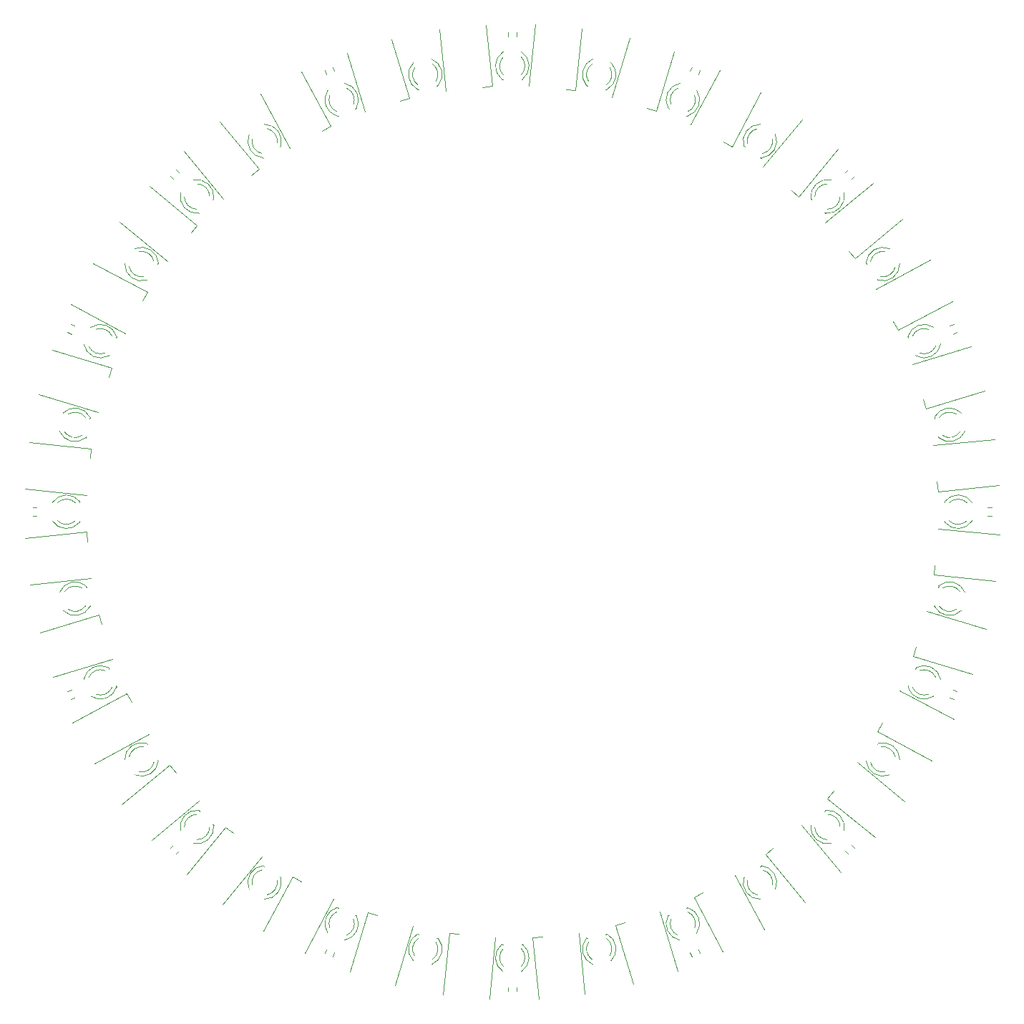
<source format=gbr>
%TF.GenerationSoftware,KiCad,Pcbnew,7.0.11*%
%TF.CreationDate,2025-03-06T22:37:58+09:00*%
%TF.ProjectId,Line_V2,4c696e65-5f56-4322-9e6b-696361645f70,rev?*%
%TF.SameCoordinates,Original*%
%TF.FileFunction,Legend,Bot*%
%TF.FilePolarity,Positive*%
%FSLAX46Y46*%
G04 Gerber Fmt 4.6, Leading zero omitted, Abs format (unit mm)*
G04 Created by KiCad (PCBNEW 7.0.11) date 2025-03-06 22:37:58*
%MOMM*%
%LPD*%
G01*
G04 APERTURE LIST*
%ADD10C,0.120000*%
G04 APERTURE END LIST*
D10*
%TO.C,Q6*%
X141958756Y-70665151D02*
X141872087Y-70535442D01*
X143245457Y-72590835D02*
X143158788Y-72461126D01*
X144647117Y-68870521D02*
G75*
G03*
X141872356Y-70535844I-791253J-1825928D01*
G01*
X144121607Y-69220177D02*
G75*
G03*
X142390322Y-70376789I-265743J-1476272D01*
G01*
X143590353Y-72172763D02*
G75*
G03*
X145321457Y-71015880I265511J1476314D01*
G01*
X143245188Y-72590433D02*
G75*
G03*
X145845602Y-70664179I610676J1893984D01*
G01*
%TO.C,Q15*%
X120585441Y-146875476D02*
X120729566Y-146815777D01*
X118445736Y-147761771D02*
X118589861Y-147702072D01*
X121821116Y-149862297D02*
G75*
G03*
X120729119Y-146815962I-1636479J1132271D01*
G01*
X121580700Y-149278669D02*
G75*
G03*
X120784068Y-147355005I-1396063J548643D01*
G01*
X118788489Y-148181602D02*
G75*
G03*
X119585421Y-150105140I1396148J-548424D01*
G01*
X118446184Y-147761586D02*
G75*
G03*
X119828108Y-150687827I1738453J-968440D01*
G01*
%TO.C,Q26*%
X49587808Y-91073550D02*
X49557374Y-91226553D01*
X50039637Y-88802052D02*
X50009203Y-88955054D01*
X46417853Y-90441588D02*
G75*
G03*
X49557469Y-91226078I1850628J731627D01*
G01*
X47036691Y-90565934D02*
G75*
G03*
X49078741Y-90972290I1231790J855973D01*
G01*
X49500137Y-88853795D02*
G75*
G03*
X47458021Y-88447760I-1231656J-856166D01*
G01*
X50039543Y-88802526D02*
G75*
G03*
X46838705Y-88325822I-1771062J-907435D01*
G01*
%TO.C,D16*%
X57053651Y-61456054D02*
X62696628Y-66087125D01*
X53564488Y-65707611D02*
X59207465Y-70338682D01*
X62696628Y-66087125D02*
X61967075Y-66976087D01*
%TO.C,D26*%
X114294715Y-155907834D02*
X112175637Y-148922170D01*
X119557887Y-154311268D02*
X117438809Y-147325604D01*
X112175637Y-148922170D02*
X113276118Y-148588342D01*
%TO.C,D17*%
X146181755Y-65398403D02*
X140538778Y-70029474D01*
X142692592Y-61146846D02*
X137049615Y-65777917D01*
X140538778Y-70029474D02*
X139809226Y-69140512D01*
%TO.C,D1*%
X108188410Y-42877544D02*
X107472884Y-50142392D01*
X102714894Y-42338450D02*
X101999368Y-49603298D01*
X107472884Y-50142392D02*
X106328422Y-50029673D01*
%TO.C,Q11*%
X147702072Y-118589861D02*
X147761771Y-118445736D01*
X146815777Y-120729566D02*
X146875476Y-120585441D01*
X150687828Y-119828108D02*
G75*
G03*
X147761585Y-118446183I-1957802J-356529D01*
G01*
X150105140Y-119585421D02*
G75*
G03*
X148181602Y-118788489I-1375114J-599216D01*
G01*
X147355006Y-120784068D02*
G75*
G03*
X149278669Y-121580699I1375020J599431D01*
G01*
X146815962Y-120729119D02*
G75*
G03*
X149862297Y-121821116I1914064J544482D01*
G01*
%TO.C,R8*%
X122013546Y-151780043D02*
X122195136Y-152218439D01*
X121048092Y-152179947D02*
X121229682Y-152618343D01*
%TO.C,R4*%
X151780043Y-77986454D02*
X152218439Y-77804864D01*
X152179947Y-78951908D02*
X152618343Y-78770318D01*
%TO.C,Q30*%
X70665151Y-58041244D02*
X70535442Y-58127913D01*
X72590835Y-56754543D02*
X72461126Y-56841212D01*
X68870521Y-55352883D02*
G75*
G03*
X70535844Y-58127644I1825928J-791253D01*
G01*
X69220177Y-55878393D02*
G75*
G03*
X70376789Y-57609678I1476272J-265743D01*
G01*
X72172763Y-56409647D02*
G75*
G03*
X71015880Y-54678543I-1476314J265511D01*
G01*
X72590433Y-56754812D02*
G75*
G03*
X70664179Y-54154398I-1893984J610676D01*
G01*
%TO.C,Q24*%
X50023914Y-111042019D02*
X50054348Y-111195021D01*
X49572085Y-108770520D02*
X49602519Y-108923523D01*
X46853417Y-111671250D02*
G75*
G03*
X50054253Y-111194547I1429775J1384138D01*
G01*
X47472733Y-111549313D02*
G75*
G03*
X49514847Y-111143277I810459J1262201D01*
G01*
X49093453Y-109024782D02*
G75*
G03*
X47051401Y-109431138I-810261J-1262330D01*
G01*
X49572180Y-108770995D02*
G75*
G03*
X46432564Y-109555485I-1288988J-1516117D01*
G01*
%TO.C,D12*%
X50359301Y-70575082D02*
X56797327Y-74016279D01*
X47766619Y-75425649D02*
X54204645Y-78866846D01*
X56797327Y-74016279D02*
X56255220Y-75030488D01*
%TO.C,Q2*%
X108926450Y-49587807D02*
X108773447Y-49557373D01*
X111197948Y-50039636D02*
X111044946Y-50009202D01*
X109558412Y-46417852D02*
G75*
G03*
X108773922Y-49557468I731627J-1850628D01*
G01*
X109434066Y-47036690D02*
G75*
G03*
X109027710Y-49078740I855973J-1231790D01*
G01*
X111146205Y-49500136D02*
G75*
G03*
X111552240Y-47458020I-856166J1231656D01*
G01*
X111197474Y-50039542D02*
G75*
G03*
X111674178Y-46838704I-907435J1771062D01*
G01*
%TO.C,D24*%
X75072876Y-47955181D02*
X78514073Y-54393207D01*
X70222309Y-50547863D02*
X73663506Y-56985889D01*
X78514073Y-54393207D02*
X77499863Y-54935313D01*
%TO.C,Q4*%
X127538874Y-56841212D02*
X127409165Y-56754543D01*
X129464558Y-58127913D02*
X129334849Y-58041244D01*
X129335821Y-54154399D02*
G75*
G03*
X127409568Y-56754812I-32270J-1989737D01*
G01*
X128984120Y-54678544D02*
G75*
G03*
X127827238Y-56409647I319431J-1465592D01*
G01*
X129623211Y-57609679D02*
G75*
G03*
X130779824Y-55878393I-319660J1465543D01*
G01*
X129464156Y-58127645D02*
G75*
G03*
X131129480Y-55352882I-160605J1983509D01*
G01*
%TO.C,R12*%
X48219957Y-122013546D02*
X47781561Y-122195136D01*
X47820053Y-121048092D02*
X47381657Y-121229682D01*
%TO.C,Q17*%
X101080000Y-151185000D02*
X101236000Y-151185000D01*
X98764000Y-151185000D02*
X98920000Y-151185000D01*
X101078608Y-154417334D02*
G75*
G03*
X101235515Y-151185001I-1078608J1672334D01*
G01*
X101079836Y-153786129D02*
G75*
G03*
X101079999Y-151704040I-1079836J1041129D01*
G01*
X98920001Y-151704040D02*
G75*
G03*
X98920164Y-153786129I1079999J-1040960D01*
G01*
X98764485Y-151185001D02*
G75*
G03*
X98921392Y-154417334I1235515J-1559999D01*
G01*
%TO.C,D4*%
X42877547Y-91811594D02*
X50142395Y-92527120D01*
X42338453Y-97285110D02*
X49603301Y-98000636D01*
X50142395Y-92527120D02*
X50029676Y-93671582D01*
%TO.C,Q31*%
X79414559Y-53124524D02*
X79270434Y-53184223D01*
X81554264Y-52238229D02*
X81410139Y-52297928D01*
X78178884Y-50137703D02*
G75*
G03*
X79270881Y-53184038I1636479J-1132271D01*
G01*
X78419300Y-50721331D02*
G75*
G03*
X79215932Y-52644995I1396063J-548643D01*
G01*
X81211511Y-51818398D02*
G75*
G03*
X80414579Y-49894860I-1396148J548424D01*
G01*
X81553816Y-52238414D02*
G75*
G03*
X80171892Y-49312173I-1738453J968440D01*
G01*
%TO.C,D2*%
X157122456Y-108188412D02*
X149857608Y-107472886D01*
X157661550Y-102714896D02*
X150396702Y-101999370D01*
X149857608Y-107472886D02*
X149970327Y-106328424D01*
%TO.C,R10*%
X78951908Y-152179947D02*
X78770318Y-152618343D01*
X77986454Y-151780043D02*
X77804864Y-152218439D01*
%TO.C,Q18*%
X91073550Y-150412192D02*
X91226553Y-150442626D01*
X88802052Y-149960363D02*
X88955054Y-149990797D01*
X90441588Y-153582147D02*
G75*
G03*
X91226078Y-150442531I-731627J1850628D01*
G01*
X90565934Y-152963309D02*
G75*
G03*
X90972290Y-150921259I-855973J1231790D01*
G01*
X88853795Y-150499863D02*
G75*
G03*
X88447760Y-152541979I856166J-1231656D01*
G01*
X88802526Y-149960457D02*
G75*
G03*
X88325822Y-153161295I907435J-1771062D01*
G01*
%TO.C,D20*%
X65398404Y-53818248D02*
X70029475Y-59461225D01*
X61146847Y-57307411D02*
X65777918Y-62950388D01*
X70029475Y-59461225D02*
X69140513Y-60190777D01*
%TO.C,Q10*%
X150412192Y-108926450D02*
X150442626Y-108773447D01*
X149960363Y-111197948D02*
X149990797Y-111044946D01*
X153582147Y-109558412D02*
G75*
G03*
X150442531Y-108773922I-1850628J-731627D01*
G01*
X152963309Y-109434066D02*
G75*
G03*
X150921259Y-109027710I-1231790J-855973D01*
G01*
X150499863Y-111146205D02*
G75*
G03*
X152541979Y-111552240I1231656J856166D01*
G01*
X149960457Y-111197474D02*
G75*
G03*
X153161295Y-111674178I1771062J907435D01*
G01*
%TO.C,Q20*%
X72461126Y-143158788D02*
X72590835Y-143245457D01*
X70535442Y-141872087D02*
X70665151Y-141958756D01*
X70664179Y-145845601D02*
G75*
G03*
X72590432Y-143245188I32270J1989737D01*
G01*
X71015880Y-145321456D02*
G75*
G03*
X72172762Y-143590353I-319431J1465592D01*
G01*
X70376789Y-142390321D02*
G75*
G03*
X69220176Y-144121607I319660J-1465543D01*
G01*
X70535844Y-141872355D02*
G75*
G03*
X68870520Y-144647118I160605J-1983509D01*
G01*
%TO.C,Q7*%
X146875476Y-79414559D02*
X146815777Y-79270434D01*
X147761771Y-81554264D02*
X147702072Y-81410139D01*
X149862297Y-78178884D02*
G75*
G03*
X146815962Y-79270881I-1132271J-1636479D01*
G01*
X149278669Y-78419300D02*
G75*
G03*
X147355005Y-79215932I-548643J-1396063D01*
G01*
X148181602Y-81211511D02*
G75*
G03*
X150105140Y-80414579I548424J1396148D01*
G01*
X147761586Y-81553816D02*
G75*
G03*
X150687827Y-80171892I968440J1738453D01*
G01*
%TO.C,R3*%
X139414303Y-59846770D02*
X139749836Y-59511237D01*
X140153230Y-60585697D02*
X140488763Y-60250164D01*
%TO.C,D6*%
X154427383Y-119175108D02*
X147441719Y-117056030D01*
X156023949Y-113911936D02*
X149038285Y-111792858D01*
X147441719Y-117056030D02*
X147775546Y-115955548D01*
%TO.C,R1*%
X99477500Y-43737258D02*
X99477500Y-43262742D01*
X100522500Y-43737258D02*
X100522500Y-43262742D01*
%TO.C,D22*%
X124927124Y-152044821D02*
X121485927Y-145606795D01*
X129777691Y-149452139D02*
X126336494Y-143014113D01*
X121485927Y-145606795D02*
X122500137Y-145064689D01*
%TO.C,R14*%
X47820053Y-78951908D02*
X47381657Y-78770318D01*
X48219957Y-77986454D02*
X47781561Y-77804864D01*
%TO.C,Q14*%
X129334849Y-141958756D02*
X129464558Y-141872087D01*
X127409165Y-143245457D02*
X127538874Y-143158788D01*
X131129479Y-144647117D02*
G75*
G03*
X129464156Y-141872356I-1825928J791253D01*
G01*
X130779823Y-144121607D02*
G75*
G03*
X129623211Y-142390322I-1476272J265743D01*
G01*
X127827237Y-143590353D02*
G75*
G03*
X128984120Y-145321457I1476314J-265511D01*
G01*
X127409567Y-143245188D02*
G75*
G03*
X129335821Y-145845602I1893984J-610676D01*
G01*
%TO.C,D18*%
X134601597Y-146181754D02*
X129970526Y-140538777D01*
X138853154Y-142692591D02*
X134222083Y-137049614D01*
X129970526Y-140538777D02*
X130859488Y-139809225D01*
%TO.C,Q5*%
X135429585Y-63043065D02*
X135319276Y-62932756D01*
X137067244Y-64680724D02*
X136956935Y-64570415D01*
X137716175Y-60758442D02*
G75*
G03*
X135319619Y-62933098I-419828J-1945211D01*
G01*
X137268977Y-61203903D02*
G75*
G03*
X135796601Y-62676049I27370J-1499750D01*
G01*
X137323951Y-64203398D02*
G75*
G03*
X138796096Y-62731023I-27604J1499745D01*
G01*
X137066902Y-64680380D02*
G75*
G03*
X139241557Y-62283825I229445J1976727D01*
G01*
%TO.C,D15*%
X61456053Y-142946350D02*
X66087124Y-137303373D01*
X65707610Y-146435513D02*
X70338681Y-140792536D01*
X66087124Y-137303373D02*
X66976086Y-138032926D01*
%TO.C,R6*%
X152179947Y-121048092D02*
X152618343Y-121229682D01*
X151780043Y-122013546D02*
X152218439Y-122195136D01*
%TO.C,R11*%
X60585697Y-140153230D02*
X60250164Y-140488763D01*
X59846770Y-139414303D02*
X59511237Y-139749836D01*
%TO.C,Q13*%
X136956935Y-135429585D02*
X137067244Y-135319276D01*
X135319276Y-137067244D02*
X135429585Y-136956935D01*
X139241558Y-137716175D02*
G75*
G03*
X137066902Y-135319619I-1945211J419828D01*
G01*
X138796097Y-137268977D02*
G75*
G03*
X137323951Y-135796601I-1499750J-27370D01*
G01*
X135796602Y-137323951D02*
G75*
G03*
X137268977Y-138796096I1499745J27604D01*
G01*
X135319620Y-137066902D02*
G75*
G03*
X137716175Y-139241557I1976727J-229445D01*
G01*
%TO.C,R13*%
X43737258Y-100522500D02*
X43262742Y-100522500D01*
X43737258Y-99477500D02*
X43262742Y-99477500D01*
%TO.C,D23*%
X47955180Y-124927125D02*
X54393206Y-121485928D01*
X50547862Y-129777692D02*
X56985888Y-126336495D01*
X54393206Y-121485928D02*
X54935312Y-122500138D01*
%TO.C,R15*%
X59846770Y-60585697D02*
X59511237Y-60250164D01*
X60585697Y-59846770D02*
X60250164Y-59511237D01*
%TO.C,R2*%
X121048092Y-47820053D02*
X121229682Y-47381657D01*
X122013546Y-48219957D02*
X122195136Y-47781561D01*
%TO.C,D13*%
X138543949Y-57053650D02*
X133912878Y-62696627D01*
X134292392Y-53564487D02*
X129661321Y-59207464D01*
X133912878Y-62696627D02*
X133023916Y-61967074D01*
%TO.C,D9*%
X129424921Y-50359301D02*
X125983724Y-56797327D01*
X124574354Y-47766619D02*
X121133157Y-54204645D01*
X125983724Y-56797327D02*
X124969515Y-56255220D01*
%TO.C,R7*%
X140153230Y-139414303D02*
X140488763Y-139749836D01*
X139414303Y-140153230D02*
X139749836Y-140488763D01*
%TO.C,Q25*%
X48815000Y-101080000D02*
X48815000Y-101236000D01*
X48815000Y-98764000D02*
X48815000Y-98920000D01*
X45582666Y-101078608D02*
G75*
G03*
X48814999Y-101235515I1672334J1078608D01*
G01*
X46213871Y-101079836D02*
G75*
G03*
X48295960Y-101079999I1041129J1079836D01*
G01*
X48295960Y-98920001D02*
G75*
G03*
X46213871Y-98920164I-1040960J-1079999D01*
G01*
X48814999Y-98764485D02*
G75*
G03*
X45582666Y-98921392I-1559999J-1235515D01*
G01*
%TO.C,D28*%
X85705284Y-44092168D02*
X87824362Y-51077832D01*
X80442112Y-45688734D02*
X82561190Y-52674398D01*
X87824362Y-51077832D02*
X86723881Y-51411660D01*
%TO.C,D31*%
X42377660Y-103112970D02*
X49642508Y-102397444D01*
X42916754Y-108586486D02*
X50181602Y-107870960D01*
X49642508Y-102397444D02*
X49755228Y-103541907D01*
%TO.C,Q27*%
X52297928Y-81410139D02*
X52238229Y-81554264D01*
X53184223Y-79270434D02*
X53124524Y-79414559D01*
X49312172Y-80171892D02*
G75*
G03*
X52238415Y-81553817I1957802J356529D01*
G01*
X49894860Y-80414579D02*
G75*
G03*
X51818398Y-81211511I1375114J599216D01*
G01*
X52644994Y-79215932D02*
G75*
G03*
X50721331Y-78419301I-1375020J-599431D01*
G01*
X53184038Y-79270881D02*
G75*
G03*
X50137703Y-78178884I-1914064J-544482D01*
G01*
%TO.C,Q8*%
X149990797Y-88955054D02*
X149960363Y-88802052D01*
X150442626Y-91226553D02*
X150412192Y-91073550D01*
X153161294Y-88325823D02*
G75*
G03*
X149960458Y-88802526I-1429775J-1384138D01*
G01*
X152541978Y-88447760D02*
G75*
G03*
X150499864Y-88853796I-810459J-1262201D01*
G01*
X150921258Y-90972291D02*
G75*
G03*
X152963310Y-90565935I810261J1262330D01*
G01*
X150442531Y-91226078D02*
G75*
G03*
X153582147Y-90441588I1288988J1516117D01*
G01*
%TO.C,Q9*%
X151185000Y-98920000D02*
X151185000Y-98764000D01*
X151185000Y-101236000D02*
X151185000Y-101080000D01*
X154417334Y-98921392D02*
G75*
G03*
X151185001Y-98764485I-1672334J-1078608D01*
G01*
X153786129Y-98920164D02*
G75*
G03*
X151704040Y-98920001I-1041129J-1079836D01*
G01*
X151704040Y-101079999D02*
G75*
G03*
X153786129Y-101079836I1040960J1079999D01*
G01*
X151185001Y-101235515D02*
G75*
G03*
X154417334Y-101078608I1559999J1235515D01*
G01*
%TO.C,Q23*%
X53124524Y-120585441D02*
X53184223Y-120729566D01*
X52238229Y-118445736D02*
X52297928Y-118589861D01*
X50137703Y-121821116D02*
G75*
G03*
X53184038Y-120729119I1132271J1636479D01*
G01*
X50721331Y-121580700D02*
G75*
G03*
X52644995Y-120784068I548643J1396063D01*
G01*
X51818398Y-118788489D02*
G75*
G03*
X49894860Y-119585421I-548424J-1396148D01*
G01*
X52238414Y-118446184D02*
G75*
G03*
X49312173Y-119828108I-968440J-1738453D01*
G01*
%TO.C,D19*%
X53818247Y-134601597D02*
X59461224Y-129970526D01*
X57307410Y-138853154D02*
X62950387Y-134222083D01*
X59461224Y-129970526D02*
X60190776Y-130859488D01*
%TO.C,Q29*%
X63043065Y-64570415D02*
X62932756Y-64680724D01*
X64680724Y-62932756D02*
X64570415Y-63043065D01*
X60758442Y-62283825D02*
G75*
G03*
X62933098Y-64680381I1945211J-419828D01*
G01*
X61203903Y-62731023D02*
G75*
G03*
X62676049Y-64203399I1499750J27370D01*
G01*
X64203398Y-62676049D02*
G75*
G03*
X62731023Y-61203904I-1499745J-27604D01*
G01*
X64680380Y-62933098D02*
G75*
G03*
X62283825Y-60758443I-1976727J229445D01*
G01*
%TO.C,D32*%
X96887030Y-42377661D02*
X97602556Y-49642509D01*
X91413514Y-42916755D02*
X92129040Y-50181603D01*
X97602556Y-49642509D02*
X96458093Y-49755229D01*
%TO.C,Q28*%
X56841212Y-72461126D02*
X56754543Y-72590835D01*
X58127913Y-70535442D02*
X58041244Y-70665151D01*
X54154399Y-70664179D02*
G75*
G03*
X56754812Y-72590432I1989737J-32270D01*
G01*
X54678544Y-71015880D02*
G75*
G03*
X56409647Y-72172762I1465592J319431D01*
G01*
X57609679Y-70376789D02*
G75*
G03*
X55878393Y-69220176I-1465543J-319660D01*
G01*
X58127645Y-70535844D02*
G75*
G03*
X55352882Y-68870520I-1983509J-160605D01*
G01*
%TO.C,Q12*%
X143158788Y-127538874D02*
X143245457Y-127409165D01*
X141872087Y-129464558D02*
X141958756Y-129334849D01*
X145845601Y-129335821D02*
G75*
G03*
X143245188Y-127409568I-1989737J32270D01*
G01*
X145321456Y-128984120D02*
G75*
G03*
X143590353Y-127827238I-1465592J-319431D01*
G01*
X142390321Y-129623211D02*
G75*
G03*
X144121607Y-130779824I1465543J319660D01*
G01*
X141872355Y-129464156D02*
G75*
G03*
X144647118Y-131129480I1983509J160605D01*
G01*
%TO.C,D14*%
X142946350Y-138543948D02*
X137303373Y-133912877D01*
X146435513Y-134292391D02*
X140792536Y-129661320D01*
X137303373Y-133912877D02*
X138032926Y-133023915D01*
%TO.C,D30*%
X103112969Y-157622341D02*
X102397443Y-150357493D01*
X108586485Y-157083247D02*
X107870959Y-149818399D01*
X102397443Y-150357493D02*
X103541906Y-150244773D01*
%TO.C,Q22*%
X58041244Y-129334849D02*
X58127913Y-129464558D01*
X56754543Y-127409165D02*
X56841212Y-127538874D01*
X55352883Y-131129479D02*
G75*
G03*
X58127644Y-129464156I791253J1825928D01*
G01*
X55878393Y-130779823D02*
G75*
G03*
X57609678Y-129623211I265743J1476272D01*
G01*
X56409647Y-127827237D02*
G75*
G03*
X54678543Y-128984120I-265511J-1476314D01*
G01*
X56754812Y-127409567D02*
G75*
G03*
X54154398Y-129335821I-610676J-1893984D01*
G01*
%TO.C,D25*%
X155907835Y-85705286D02*
X148922171Y-87824364D01*
X154311269Y-80442114D02*
X147325605Y-82561192D01*
X148922171Y-87824364D02*
X148588343Y-86723883D01*
%TO.C,D21*%
X152044822Y-75072876D02*
X145606796Y-78514073D01*
X149452140Y-70222309D02*
X143014114Y-73663506D01*
X145606796Y-78514073D02*
X145064690Y-77499863D01*
%TO.C,Q3*%
X118589861Y-52297928D02*
X118445736Y-52238229D01*
X120729566Y-53184223D02*
X120585441Y-53124524D01*
X119828108Y-49312172D02*
G75*
G03*
X118446183Y-52238415I356529J-1957802D01*
G01*
X119585421Y-49894860D02*
G75*
G03*
X118788489Y-51818398I599216J-1375114D01*
G01*
X120784068Y-52644994D02*
G75*
G03*
X121580699Y-50721331I-599431J1375020D01*
G01*
X120729119Y-53184038D02*
G75*
G03*
X121821116Y-50137703I-544482J1914064D01*
G01*
%TO.C,D5*%
X119175109Y-45572616D02*
X117056031Y-52558280D01*
X113911937Y-43976050D02*
X111792859Y-50961714D01*
X117056031Y-52558280D02*
X115955549Y-52224453D01*
%TO.C,D10*%
X149640699Y-129424920D02*
X143202673Y-125983723D01*
X152233381Y-124574353D02*
X145795355Y-121133156D01*
X143202673Y-125983723D02*
X143744780Y-124969514D01*
%TO.C,Q32*%
X88955054Y-50009203D02*
X88802052Y-50039637D01*
X91226553Y-49557374D02*
X91073550Y-49587808D01*
X88325823Y-46838706D02*
G75*
G03*
X88802526Y-50039542I1384138J-1429775D01*
G01*
X88447760Y-47458022D02*
G75*
G03*
X88853796Y-49500136I1262201J-810459D01*
G01*
X90972291Y-49078742D02*
G75*
G03*
X90565935Y-47036690I-1262330J810261D01*
G01*
X91226078Y-49557469D02*
G75*
G03*
X90441588Y-46417853I-1516117J1288988D01*
G01*
%TO.C,R9*%
X100522500Y-156262742D02*
X100522500Y-156737258D01*
X99477500Y-156262742D02*
X99477500Y-156737258D01*
%TO.C,D7*%
X80824893Y-154427383D02*
X82943971Y-147441719D01*
X86088065Y-156023949D02*
X88207143Y-149038285D01*
X82943971Y-147441719D02*
X84044453Y-147775546D01*
%TO.C,Q1*%
X98920000Y-48815000D02*
X98764000Y-48815000D01*
X101236000Y-48815000D02*
X101080000Y-48815000D01*
X98921392Y-45582666D02*
G75*
G03*
X98764485Y-48814999I1078608J-1672334D01*
G01*
X98920164Y-46213871D02*
G75*
G03*
X98920001Y-48295960I1079836J-1041129D01*
G01*
X101079999Y-48295960D02*
G75*
G03*
X101079836Y-46213871I-1079999J1040960D01*
G01*
X101235515Y-48814999D02*
G75*
G03*
X101078608Y-45582666I-1235515J1559999D01*
G01*
%TO.C,Q19*%
X81410139Y-147702072D02*
X81554264Y-147761771D01*
X79270434Y-146815777D02*
X79414559Y-146875476D01*
X80171892Y-150687828D02*
G75*
G03*
X81553817Y-147761585I-356529J1957802D01*
G01*
X80414579Y-150105140D02*
G75*
G03*
X81211511Y-148181602I-599216J1375114D01*
G01*
X79215932Y-147355006D02*
G75*
G03*
X78419301Y-149278669I599431J-1375020D01*
G01*
X79270881Y-146815962D02*
G75*
G03*
X78178884Y-149862297I544482J-1914064D01*
G01*
%TO.C,R5*%
X156262742Y-99477500D02*
X156737258Y-99477500D01*
X156262742Y-100522500D02*
X156737258Y-100522500D01*
%TO.C,D29*%
X157622342Y-96887032D02*
X150357494Y-97602558D01*
X157083248Y-91413516D02*
X149818400Y-92129042D01*
X150357494Y-97602558D02*
X150244774Y-96458095D01*
%TO.C,Q16*%
X111044946Y-149990797D02*
X111197948Y-149960363D01*
X108773447Y-150442626D02*
X108926450Y-150412192D01*
X111674177Y-153161294D02*
G75*
G03*
X111197474Y-149960458I-1384138J1429775D01*
G01*
X111552240Y-152541978D02*
G75*
G03*
X111146204Y-150499864I-1262201J810459D01*
G01*
X109027709Y-150921258D02*
G75*
G03*
X109434065Y-152963310I1262330J-810261D01*
G01*
X108773922Y-150442531D02*
G75*
G03*
X109558412Y-153582147I1516117J-1288988D01*
G01*
%TO.C,Q21*%
X64570415Y-136956935D02*
X64680724Y-137067244D01*
X62932756Y-135319276D02*
X63043065Y-135429585D01*
X62283825Y-139241558D02*
G75*
G03*
X64680381Y-137066902I419828J1945211D01*
G01*
X62731023Y-138796097D02*
G75*
G03*
X64203399Y-137323951I-27370J1499750D01*
G01*
X62676049Y-135796602D02*
G75*
G03*
X61203904Y-137268977I27604J-1499745D01*
G01*
X62933098Y-135319620D02*
G75*
G03*
X60758443Y-137716175I-229445J-1976727D01*
G01*
%TO.C,D11*%
X70575081Y-149640699D02*
X74016278Y-143202673D01*
X75425648Y-152233381D02*
X78866845Y-145795355D01*
X74016278Y-143202673D02*
X75030487Y-143744780D01*
%TO.C,D3*%
X91811593Y-157122454D02*
X92527119Y-149857606D01*
X97285109Y-157661548D02*
X98000635Y-150396700D01*
X92527119Y-149857606D02*
X93671581Y-149970325D01*
%TO.C,D27*%
X44092167Y-114294716D02*
X51077831Y-112175638D01*
X45688733Y-119557888D02*
X52674397Y-117438810D01*
X51077831Y-112175638D02*
X51411659Y-113276119D01*
%TO.C,R16*%
X77986454Y-48219957D02*
X77804864Y-47781561D01*
X78951908Y-47820053D02*
X78770318Y-47381657D01*
%TO.C,D8*%
X45572618Y-80824894D02*
X52558282Y-82943972D01*
X43976052Y-86088066D02*
X50961716Y-88207144D01*
X52558282Y-82943972D02*
X52224455Y-84044454D01*
%TD*%
M02*

</source>
